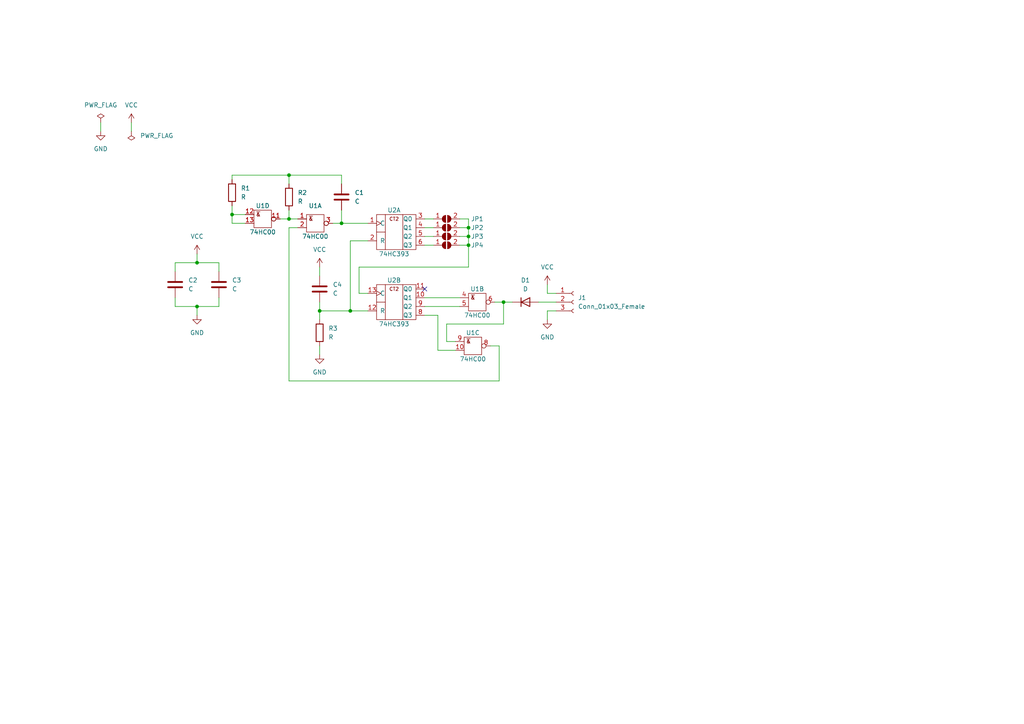
<source format=kicad_sch>
(kicad_sch (version 20211123) (generator eeschema)
  (paper "A4")
  (lib_symbols
    (symbol "74IEC:74HC00" (pin_names (offset 1.016) hide)
      (property "Reference" "U" (at 0 3.81 0))
      (property "Value" "74HC00" (at 0 -3.81 0))
      (symbol "74HC00_0_0"
        (rectangle (start -2.54 -2.54) (end 2.54 2.54))
        (text "~{&}" (at -1.27 1.27 0) (effects (font (size 1 1))))
      )
      (symbol "74HC00_0_1"
        (pin power_in line (at 2.54 2.54 180) (length 0) hide (name "VCC") (number "14"))
        (pin power_in line (at 2.54 -2.54 180) (length 0) hide (name "GND") (number "7"))
      )
      (symbol "74HC00_1_1"
        (pin input line (at -5.08 1.27 0) (length 2.54) (name "A") (number "1"))
        (pin input line (at -5.08 -1.27 0) (length 2.54) (name "B") (number "2"))
        (pin output inverted (at 5.08 0 180) (length 2.54) (name "~{Y}") (number "3"))
      )
      (symbol "74HC00_2_1"
        (pin input line (at -5.08 1.27 0) (length 2.54) (name "A") (number "4"))
        (pin input line (at -5.08 -1.27 0) (length 2.54) (name "B") (number "5"))
        (pin output inverted (at 5.08 0 180) (length 2.54) (name "~{Y}") (number "6"))
      )
      (symbol "74HC00_3_1"
        (pin input line (at -5.08 -1.27 0) (length 2.54) (name "B") (number "10"))
        (pin output inverted (at 5.08 0 180) (length 2.54) (name "~{Y}") (number "8"))
        (pin input line (at -5.08 1.27 0) (length 2.54) (name "A") (number "9"))
      )
      (symbol "74HC00_4_1"
        (pin output inverted (at 5.08 0 180) (length 2.54) (name "~{Y}") (number "11"))
        (pin input line (at -5.08 1.27 0) (length 2.54) (name "A") (number "12"))
        (pin input line (at -5.08 -1.27 0) (length 2.54) (name "B") (number "13"))
      )
    )
    (symbol "74IEC:74HC393" (pin_names (offset 1.016))
      (property "Reference" "U" (at 0 6.35 0))
      (property "Value" "74HC393" (at 0 -6.35 0))
      (symbol "74HC393_0_0"
        (polyline (pts (xy -5.08 0) (xy -2.54 0)))
        (text "CT2" (at 0 3.81 0) (effects (font (size 1 1))))
      )
      (symbol "74HC393_0_1"
        (rectangle (start -5.08 -5.08) (end 6.35 5.08))
        (polyline (pts (xy -2.54 -5.08) (xy -2.54 5.08)))
        (polyline (pts (xy 2.54 5.08) (xy 2.54 -5.08)))
        (pin power_in line (at 6.35 5.08 180) (length 0) hide (name "VCC") (number "14"))
        (pin power_in line (at 6.35 -5.08 180) (length 0) hide (name "GND") (number "7"))
      )
      (symbol "74HC393_1_1"
        (pin input clock (at -7.62 2.54 0) (length 2.54) (name "C") (number "1"))
        (pin input line (at -7.62 -2.54 0) (length 2.54) (name "R") (number "2"))
        (pin output line (at 8.89 3.81 180) (length 2.54) (name "Q0") (number "3"))
        (pin output line (at 8.89 1.27 180) (length 2.54) (name "Q1") (number "4"))
        (pin output line (at 8.89 -1.27 180) (length 2.54) (name "Q2") (number "5"))
        (pin output line (at 8.89 -3.81 180) (length 2.54) (name "Q3") (number "6"))
      )
      (symbol "74HC393_2_1"
        (pin output line (at 8.89 1.27 180) (length 2.54) (name "Q1") (number "10"))
        (pin output line (at 8.89 3.81 180) (length 2.54) (name "Q0") (number "11"))
        (pin input line (at -7.62 -2.54 0) (length 2.54) (name "R") (number "12"))
        (pin input clock (at -7.62 2.54 0) (length 2.54) (name "C") (number "13"))
        (pin output line (at 8.89 -3.81 180) (length 2.54) (name "Q3") (number "8"))
        (pin output line (at 8.89 -1.27 180) (length 2.54) (name "Q2") (number "9"))
      )
    )
    (symbol "Connector:Conn_01x03_Female" (pin_names (offset 1.016) hide)
      (property "Reference" "J" (at 0 5.08 0))
      (property "Value" "Conn_01x03_Female" (at 0 -5.08 0))
      (symbol "Conn_01x03_Female_1_1"
        (arc (start 0 -2.032) (mid -0.508 -2.54) (end 0 -3.048) (stroke (width 0.1524)))
        (polyline (pts (xy -1.27 -2.54) (xy -0.508 -2.54)) (stroke (width 0.1524)))
        (polyline (pts (xy -1.27 0) (xy -0.508 0)) (stroke (width 0.1524)))
        (polyline (pts (xy -1.27 2.54) (xy -0.508 2.54)) (stroke (width 0.1524)))
        (arc (start 0 0.508) (mid -0.508 0) (end 0 -0.508) (stroke (width 0.1524)))
        (arc (start 0 3.048) (mid -0.508 2.54) (end 0 2.032) (stroke (width 0.1524)))
        (pin passive line (at -5.08 2.54 0) (length 3.81) (name "Pin_1") (number "1"))
        (pin passive line (at -5.08 0 0) (length 3.81) (name "Pin_2") (number "2"))
        (pin passive line (at -5.08 -2.54 0) (length 3.81) (name "Pin_3") (number "3"))
      )
    )
    (symbol "Device:C" (pin_numbers hide) (pin_names (offset 0.254))
      (property "Reference" "C" (at 0.635 2.54 0))
      (property "Value" "C" (at 0.635 -2.54 0))
      (symbol "C_0_1"
        (polyline (pts (xy -2.032 -0.762) (xy 2.032 -0.762)) (stroke (width 0.508)))
        (polyline (pts (xy -2.032 0.762) (xy 2.032 0.762)) (stroke (width 0.508)))
      )
      (symbol "C_1_1"
        (pin passive line (at 0 3.81 270) (length 2.794) (name "~") (number "1"))
        (pin passive line (at 0 -3.81 90) (length 2.794) (name "~") (number "2"))
      )
    )
    (symbol "Device:D" (pin_numbers hide) (pin_names (offset 1.016) hide)
      (property "Reference" "D" (at 0 2.54 0))
      (property "Value" "D" (at 0 -2.54 0))
      (symbol "D_0_1"
        (polyline (pts (xy -1.27 1.27) (xy -1.27 -1.27)) (stroke (width 0.254)))
        (polyline (pts (xy 1.27 0) (xy -1.27 0)))
        (polyline (pts (xy 1.27 1.27) (xy 1.27 -1.27) (xy -1.27 0) (xy 1.27 1.27)) (stroke (width 0.254)))
      )
      (symbol "D_1_1"
        (pin passive line (at -3.81 0 0) (length 2.54) (name "K") (number "1"))
        (pin passive line (at 3.81 0 180) (length 2.54) (name "A") (number "2"))
      )
    )
    (symbol "Device:R" (pin_numbers hide) (pin_names (offset 0))
      (property "Reference" "R" (at 2.032 0 90))
      (property "Value" "R" (at 0 0 90))
      (symbol "R_0_1"
        (rectangle (start -1.016 -2.54) (end 1.016 2.54) (stroke (width 0.254)))
      )
      (symbol "R_1_1"
        (pin passive line (at 0 3.81 270) (length 1.27) (name "~") (number "1"))
        (pin passive line (at 0 -3.81 90) (length 1.27) (name "~") (number "2"))
      )
    )
    (symbol "Jumper:SolderJumper_2_Open" (pin_names (offset 0) hide)
      (property "Reference" "JP" (at 0 2.032 0))
      (property "Value" "SolderJumper_2_Open" (at 0 -2.54 0))
      (symbol "SolderJumper_2_Open_0_1"
        (arc (start -0.254 1.016) (mid -1.27 0) (end -0.254 -1.016))
        (arc (start -0.254 1.016) (mid -1.27 0) (end -0.254 -1.016) (fill (type outline)))
        (polyline (pts (xy -0.254 1.016) (xy -0.254 -1.016)))
        (polyline (pts (xy 0.254 1.016) (xy 0.254 -1.016)))
        (arc (start 0.254 -1.016) (mid 1.27 0) (end 0.254 1.016))
        (arc (start 0.254 -1.016) (mid 1.27 0) (end 0.254 1.016) (fill (type outline)))
      )
      (symbol "SolderJumper_2_Open_1_1"
        (pin passive line (at -3.81 0 0) (length 2.54) (name "A") (number "1"))
        (pin passive line (at 3.81 0 180) (length 2.54) (name "B") (number "2"))
      )
    )
    (symbol "power:GND" (power) (pin_names (offset 0))
      (property "Value" "GND" (at 0 -3.81 0))
      (symbol "GND_0_1"
        (polyline (pts (xy 0 0) (xy 0 -1.27) (xy 1.27 -1.27) (xy 0 -2.54) (xy -1.27 -1.27) (xy 0 -1.27)))
      )
      (symbol "GND_1_1"
        (pin power_in line (at 0 0 270) (length 0) hide (name "GND") (number "1"))
      )
    )
    (symbol "power:PWR_FLAG" (power) (pin_numbers hide) (pin_names (offset 0) hide)
      (property "Value" "PWR_FLAG" (at 0 3.81 0))
      (symbol "PWR_FLAG_0_0"
        (pin power_out line (at 0 0 90) (length 0) (name "pwr") (number "1"))
      )
      (symbol "PWR_FLAG_0_1"
        (polyline (pts (xy 0 0) (xy 0 1.27) (xy -1.016 1.905) (xy 0 2.54) (xy 1.016 1.905) (xy 0 1.27)))
      )
    )
    (symbol "power:VCC" (power) (pin_names (offset 0))
      (property "Value" "VCC" (at 0 3.81 0))
      (symbol "VCC_0_1"
        (polyline (pts (xy -0.762 1.27) (xy 0 2.54)))
        (polyline (pts (xy 0 0) (xy 0 2.54)))
        (polyline (pts (xy 0 2.54) (xy 0.762 1.27)))
      )
      (symbol "VCC_1_1"
        (pin power_in line (at 0 0 90) (length 0) hide (name "VCC") (number "1"))
      )
    )
  )
  (junction (at 67.31 62.23))
  (junction (at 135.89 68.58))
  (junction (at 146.05 87.63))
  (junction (at 101.6 90.17))
  (junction (at 92.71 90.17))
  (junction (at 83.82 63.5))
  (junction (at 83.82 50.8))
  (junction (at 57.15 88.9))
  (junction (at 135.89 66.04))
  (junction (at 57.15 76.2))
  (junction (at 99.06 64.77))
  (junction (at 135.89 71.12))
  (no_connect (at 123.19 83.82))
  (wire (pts (xy 144.78 110.49) (xy 83.82 110.49)))
  (wire (pts (xy 83.82 50.8) (xy 83.82 53.34)))
  (wire (pts (xy 57.15 88.9) (xy 57.15 91.44)))
  (wire (pts (xy 158.75 92.71) (xy 158.75 90.17)))
  (wire (pts (xy 127 101.6) (xy 132.08 101.6)))
  (wire (pts (xy 50.8 76.2) (xy 57.15 76.2)))
  (wire (pts (xy 123.19 71.12) (xy 125.73 71.12)))
  (wire (pts (xy 83.82 60.96) (xy 83.82 63.5)))
  (wire (pts (xy 144.78 100.33) (xy 144.78 110.49)))
  (wire (pts (xy 92.71 90.17) (xy 92.71 92.71)))
  (wire (pts (xy 142.24 100.33) (xy 144.78 100.33)))
  (wire (pts (xy 92.71 87.63) (xy 92.71 90.17)))
  (wire (pts (xy 146.05 87.63) (xy 148.59 87.63)))
  (wire (pts (xy 57.15 73.66) (xy 57.15 76.2)))
  (wire (pts (xy 135.89 71.12) (xy 135.89 77.47)))
  (wire (pts (xy 29.21 35.56) (xy 29.21 38.1)))
  (wire (pts (xy 92.71 100.33) (xy 92.71 102.87)))
  (wire (pts (xy 67.31 52.07) (xy 67.31 50.8)))
  (wire (pts (xy 101.6 90.17) (xy 106.68 90.17)))
  (wire (pts (xy 38.1 35.56) (xy 38.1 38.1)))
  (wire (pts (xy 104.14 77.47) (xy 104.14 85.09)))
  (wire (pts (xy 67.31 62.23) (xy 71.12 62.23)))
  (wire (pts (xy 101.6 69.85) (xy 106.68 69.85)))
  (wire (pts (xy 50.8 88.9) (xy 57.15 88.9)))
  (wire (pts (xy 63.5 88.9) (xy 63.5 86.36)))
  (wire (pts (xy 83.82 63.5) (xy 86.36 63.5)))
  (wire (pts (xy 133.35 68.58) (xy 135.89 68.58)))
  (wire (pts (xy 67.31 62.23) (xy 67.31 64.77)))
  (wire (pts (xy 123.19 63.5) (xy 125.73 63.5)))
  (wire (pts (xy 96.52 64.77) (xy 99.06 64.77)))
  (wire (pts (xy 63.5 76.2) (xy 63.5 78.74)))
  (wire (pts (xy 133.35 71.12) (xy 135.89 71.12)))
  (wire (pts (xy 101.6 69.85) (xy 101.6 90.17)))
  (wire (pts (xy 129.54 99.06) (xy 132.08 99.06)))
  (wire (pts (xy 83.82 66.04) (xy 83.82 110.49)))
  (wire (pts (xy 135.89 63.5) (xy 135.89 66.04)))
  (wire (pts (xy 158.75 82.55) (xy 158.75 85.09)))
  (wire (pts (xy 129.54 93.98) (xy 129.54 99.06)))
  (wire (pts (xy 104.14 85.09) (xy 106.68 85.09)))
  (wire (pts (xy 158.75 85.09) (xy 161.29 85.09)))
  (wire (pts (xy 67.31 59.69) (xy 67.31 62.23)))
  (wire (pts (xy 83.82 66.04) (xy 86.36 66.04)))
  (wire (pts (xy 146.05 93.98) (xy 129.54 93.98)))
  (wire (pts (xy 92.71 77.47) (xy 92.71 80.01)))
  (wire (pts (xy 156.21 87.63) (xy 161.29 87.63)))
  (wire (pts (xy 99.06 50.8) (xy 99.06 53.34)))
  (wire (pts (xy 57.15 76.2) (xy 63.5 76.2)))
  (wire (pts (xy 133.35 66.04) (xy 135.89 66.04)))
  (wire (pts (xy 146.05 87.63) (xy 146.05 93.98)))
  (wire (pts (xy 67.31 50.8) (xy 83.82 50.8)))
  (wire (pts (xy 83.82 50.8) (xy 99.06 50.8)))
  (wire (pts (xy 71.12 64.77) (xy 67.31 64.77)))
  (wire (pts (xy 143.51 87.63) (xy 146.05 87.63)))
  (wire (pts (xy 133.35 63.5) (xy 135.89 63.5)))
  (wire (pts (xy 50.8 78.74) (xy 50.8 76.2)))
  (wire (pts (xy 158.75 90.17) (xy 161.29 90.17)))
  (wire (pts (xy 99.06 60.96) (xy 99.06 64.77)))
  (wire (pts (xy 50.8 86.36) (xy 50.8 88.9)))
  (wire (pts (xy 127 91.44) (xy 127 101.6)))
  (wire (pts (xy 123.19 91.44) (xy 127 91.44)))
  (wire (pts (xy 123.19 88.9) (xy 133.35 88.9)))
  (wire (pts (xy 57.15 88.9) (xy 63.5 88.9)))
  (wire (pts (xy 99.06 64.77) (xy 106.68 64.77)))
  (wire (pts (xy 135.89 77.47) (xy 104.14 77.47)))
  (wire (pts (xy 135.89 66.04) (xy 135.89 68.58)))
  (wire (pts (xy 123.19 68.58) (xy 125.73 68.58)))
  (wire (pts (xy 135.89 68.58) (xy 135.89 71.12)))
  (wire (pts (xy 81.28 63.5) (xy 83.82 63.5)))
  (wire (pts (xy 123.19 66.04) (xy 125.73 66.04)))
  (wire (pts (xy 123.19 86.36) (xy 133.35 86.36)))
  (wire (pts (xy 101.6 90.17) (xy 92.71 90.17)))
  (symbol (lib_id "power:GND") (at 29.21 38.1 0) (unit 1)
    (property "Reference" "#PWR02" (effects hide))
    (property "Value" "GND" (at 29.21 43.18 0))
  )
  (symbol (lib_id "power:PWR_FLAG") (at 38.1 38.1 180) (unit 1)
    (property "Reference" "#FLG02" (effects hide))
    (property "Value" "PWR_FLAG" (at 40.64 39.3699 0) (effects (justify right)))
  )
  (symbol (lib_id "power:VCC") (at 92.71 77.47 0) (unit 1)
    (property "Reference" "#PWR04" (effects hide))
    (property "Value" "VCC" (at 92.71 72.39 0))
  )
  (symbol (lib_id "Device:C") (at 99.06 57.15 0) (unit 1)
    (property "Reference" "C1" (at 102.87 55.8799 0) (effects (justify left)))
    (property "Value" "C" (at 102.87 58.4199 0) (effects (justify left)))
    (property "Footprint" "Capacitor_SMD:C_0805_2012Metric_Pad1.18x1.45mm_HandSolder" (effects hide))
  )
  (symbol (lib_id "power:GND") (at 92.71 102.87 0) (unit 1)
    (property "Reference" "#PWR08" (effects hide))
    (property "Value" "GND" (at 92.71 107.95 0))
  )
  (symbol (lib_id "Device:R") (at 92.71 96.52 0) (unit 1)
    (property "Reference" "R3" (at 95.25 95.2499 0) (effects (justify left)))
    (property "Value" "R" (at 95.25 97.7899 0) (effects (justify left)))
    (property "Footprint" "Resistor_SMD:R_0805_2012Metric_Pad1.20x1.40mm_HandSolder" (effects hide))
  )
  (symbol (lib_id "Jumper:SolderJumper_2_Open") (at 129.54 66.04 0) (unit 1)
    (property "Reference" "JP2" (at 138.43 66.04 0))
    (property "Value" "DEV1" (effects hide))
    (property "Footprint" "Jumper:SolderJumper-2_P1.3mm_Open_RoundedPad1.0x1.5mm" (effects hide))
  )
  (symbol (lib_id "Jumper:SolderJumper_2_Open") (at 129.54 71.12 0) (unit 1)
    (property "Reference" "JP4" (at 138.43 71.12 0))
    (property "Value" "DEV1" (effects hide))
    (property "Footprint" "Jumper:SolderJumper-2_P1.3mm_Open_RoundedPad1.0x1.5mm" (effects hide))
  )
  (symbol (lib_id "power:GND") (at 158.75 92.71 0) (unit 1)
    (property "Reference" "#PWR07" (effects hide))
    (property "Value" "GND" (at 158.75 97.79 0))
  )
  (symbol (lib_id "Device:R") (at 67.31 55.88 0) (unit 1)
    (property "Reference" "R1" (at 69.85 54.6099 0) (effects (justify left)))
    (property "Value" "R" (at 69.85 57.1499 0) (effects (justify left)))
    (property "Footprint" "Resistor_SMD:R_0805_2012Metric_Pad1.20x1.40mm_HandSolder" (effects hide))
  )
  (symbol (lib_id "Jumper:SolderJumper_2_Open") (at 129.54 68.58 0) (unit 1)
    (property "Reference" "JP3" (at 138.43 68.58 0))
    (property "Value" "DEV1" (effects hide))
    (property "Footprint" "Jumper:SolderJumper-2_P1.3mm_Open_RoundedPad1.0x1.5mm" (effects hide))
  )
  (symbol (lib_id "74IEC:74HC00") (at 137.16 100.33 0) (unit 3)
    (property "Reference" "U1" (at 137.16 96.52 0))
    (property "Value" "74HC00" (at 137.16 104.14 0))
    (property "Footprint" "Package_SO:SO-14_3.9x8.65mm_P1.27mm" (effects hide))
    (property "Datasheet" "https://www.ti.com/lit/ds/symlink/sn7400.pdf" (effects hide))
  )
  (symbol (lib_id "74IEC:74HC00") (at 138.43 87.63 0) (unit 2)
    (property "Reference" "U1" (at 138.43 83.82 0))
    (property "Value" "74HC00" (at 138.43 91.44 0))
    (property "Footprint" "Package_SO:SO-14_3.9x8.65mm_P1.27mm" (effects hide))
    (property "Datasheet" "https://www.ti.com/lit/ds/symlink/sn7400.pdf" (effects hide))
  )
  (symbol (lib_id "Device:C") (at 92.71 83.82 0) (unit 1)
    (property "Reference" "C4" (at 96.52 82.5499 0) (effects (justify left)))
    (property "Value" "C" (at 96.52 85.0899 0) (effects (justify left)))
    (property "Footprint" "Capacitor_SMD:C_0805_2012Metric_Pad1.18x1.45mm_HandSolder" (effects hide))
  )
  (symbol (lib_id "Device:D") (at 152.4 87.63 0) (unit 1)
    (property "Reference" "D1" (at 152.4 81.28 0))
    (property "Value" "D" (at 152.4 83.82 0))
  )
  (symbol (lib_id "Device:C") (at 63.5 82.55 0) (unit 1)
    (property "Reference" "C3" (at 67.31 81.2799 0) (effects (justify left)))
    (property "Value" "C" (at 67.31 83.8199 0) (effects (justify left)))
    (property "Footprint" "Capacitor_SMD:C_0805_2012Metric_Pad1.18x1.45mm_HandSolder" (effects hide))
  )
  (symbol (lib_id "power:GND") (at 57.15 91.44 0) (unit 1)
    (property "Reference" "#PWR06" (effects hide))
    (property "Value" "GND" (at 57.15 96.52 0))
  )
  (symbol (lib_id "Device:C") (at 50.8 82.55 0) (unit 1)
    (property "Reference" "C2" (at 54.61 81.2799 0) (effects (justify left)))
    (property "Value" "C" (at 54.61 83.8199 0) (effects (justify left)))
    (property "Footprint" "Capacitor_SMD:C_0805_2012Metric_Pad1.18x1.45mm_HandSolder" (effects hide))
  )
  (symbol (lib_id "74IEC:74HC393") (at 114.3 87.63 0) (unit 2)
    (property "Reference" "U2" (at 114.3 81.28 0))
    (property "Value" "74HC393" (at 114.3 93.98 0))
    (property "Footprint" "Package_SO:SO-14_3.9x8.65mm_P1.27mm" (effects hide))
    (property "Datasheet" "https://www.ti.com/lit/ug/scyd013b/scyd013b.pdf" (effects hide))
  )
  (symbol (lib_id "74IEC:74HC393") (at 114.3 67.31 0) (unit 1)
    (property "Reference" "U2" (at 114.3 60.96 0))
    (property "Value" "74HC393" (at 114.3 73.66 0))
    (property "Footprint" "Package_SO:SO-14_3.9x8.65mm_P1.27mm" (effects hide))
    (property "Datasheet" "https://www.ti.com/lit/ug/scyd013b/scyd013b.pdf" (effects hide))
  )
  (symbol (lib_id "power:VCC") (at 158.75 82.55 0) (unit 1)
    (property "Reference" "#PWR05" (effects hide))
    (property "Value" "VCC" (at 158.75 77.47 0))
  )
  (symbol (lib_id "Jumper:SolderJumper_2_Open") (at 129.54 63.5 0) (unit 1)
    (property "Reference" "JP1" (at 138.43 63.5 0))
    (property "Value" "DEV1" (effects hide))
    (property "Footprint" "Jumper:SolderJumper-2_P1.3mm_Open_RoundedPad1.0x1.5mm" (effects hide))
  )
  (symbol (lib_id "power:VCC") (at 57.15 73.66 0) (unit 1)
    (property "Reference" "#PWR03" (effects hide))
    (property "Value" "VCC" (at 57.15 68.58 0))
  )
  (symbol (lib_id "power:VCC") (at 38.1 35.56 0) (unit 1)
    (property "Reference" "#PWR01" (effects hide))
    (property "Value" "VCC" (at 38.1 30.48 0))
  )
  (symbol (lib_id "power:PWR_FLAG") (at 29.21 35.56 0) (unit 1)
    (property "Reference" "#FLG01" (effects hide))
    (property "Value" "PWR_FLAG" (at 29.21 30.48 0))
  )
  (symbol (lib_id "74IEC:74HC00") (at 76.2 63.5 0) (unit 4)
    (property "Reference" "U1" (at 76.2 59.69 0))
    (property "Value" "74HC00" (at 76.2 67.31 0))
    (property "Footprint" "Package_SO:SO-14_3.9x8.65mm_P1.27mm" (effects hide))
    (property "Datasheet" "https://www.ti.com/lit/ds/symlink/sn7400.pdf" (effects hide))
  )
  (symbol (lib_id "Connector:Conn_01x03_Female") (at 166.37 87.63 0) (unit 1)
    (property "Reference" "J1" (at 167.64 86.3599 0) (effects (justify left)))
    (property "Value" "Conn_01x03_Female" (at 167.64 88.8999 0) (effects (justify left)))
    (property "Footprint" "Connector_PinSocket_2.54mm:PinSocket_1x03_P2.54mm_Vertical" (effects hide))
  )
  (symbol (lib_id "74IEC:74HC00") (at 91.44 64.77 0) (unit 1)
    (property "Reference" "U1" (at 91.44 59.69 0))
    (property "Value" "74HC00" (at 91.44 68.58 0))
    (property "Footprint" "Package_SO:SO-14_3.9x8.65mm_P1.27mm" (effects hide))
    (property "Datasheet" "https://www.ti.com/lit/ds/symlink/sn7400.pdf" (effects hide))
  )
  (symbol (lib_id "Device:R") (at 83.82 57.15 0) (unit 1)
    (property "Reference" "R2" (at 86.36 55.8799 0) (effects (justify left)))
    (property "Value" "R" (at 86.36 58.4199 0) (effects (justify left)))
    (property "Footprint" "Resistor_SMD:R_0805_2012Metric_Pad1.20x1.40mm_HandSolder" (effects hide))
  )
)
</source>
